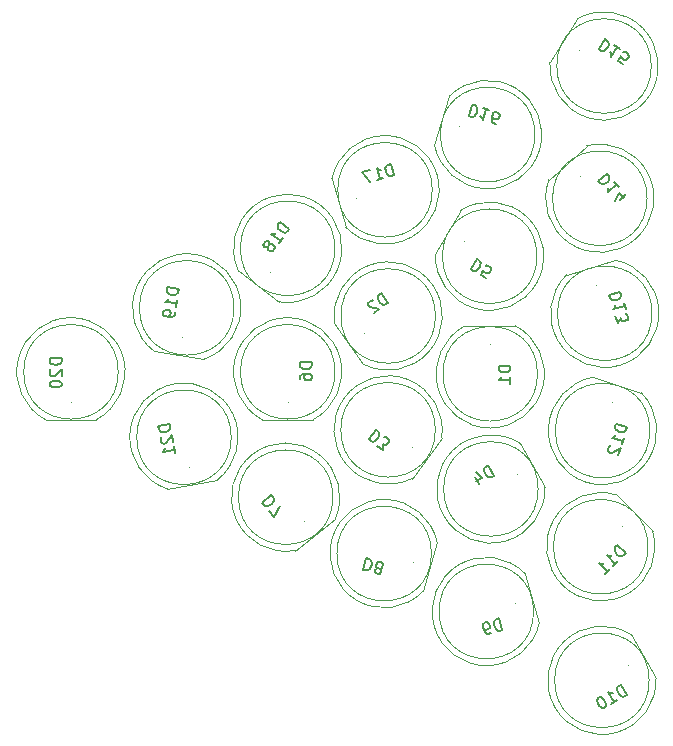
<source format=gbr>
%TF.GenerationSoftware,KiCad,Pcbnew,(6.0.2)*%
%TF.CreationDate,2022-03-26T22:50:30-07:00*%
%TF.ProjectId,triangle,74726961-6e67-46c6-952e-6b696361645f,rev?*%
%TF.SameCoordinates,Original*%
%TF.FileFunction,Legend,Bot*%
%TF.FilePolarity,Positive*%
%FSLAX46Y46*%
G04 Gerber Fmt 4.6, Leading zero omitted, Abs format (unit mm)*
G04 Created by KiCad (PCBNEW (6.0.2)) date 2022-03-26 22:50:30*
%MOMM*%
%LPD*%
G01*
G04 APERTURE LIST*
%ADD10C,0.150000*%
%ADD11C,0.120000*%
G04 APERTURE END LIST*
D10*
%TO.C,D9*%
X148734195Y-105381409D02*
X148458558Y-104420148D01*
X148229686Y-104485776D01*
X148105489Y-104570927D01*
X148040191Y-104688727D01*
X148020668Y-104793401D01*
X148027396Y-104989624D01*
X148066773Y-105126947D01*
X148165049Y-105296919D01*
X148237075Y-105375342D01*
X148354875Y-105440640D01*
X148505323Y-105447037D01*
X148734195Y-105381409D01*
X147727159Y-105670172D02*
X147544062Y-105722675D01*
X147439387Y-105703151D01*
X147380487Y-105670503D01*
X147249562Y-105559431D01*
X147151285Y-105389459D01*
X147046281Y-105023264D01*
X147065804Y-104918590D01*
X147098453Y-104859690D01*
X147176876Y-104787664D01*
X147359973Y-104735162D01*
X147464647Y-104754685D01*
X147523547Y-104787334D01*
X147595573Y-104865757D01*
X147661201Y-105094629D01*
X147641678Y-105199303D01*
X147609029Y-105258203D01*
X147530606Y-105330229D01*
X147347508Y-105382731D01*
X147242834Y-105363208D01*
X147183934Y-105330559D01*
X147111908Y-105252136D01*
%TO.C,D12*%
X159305474Y-88234939D02*
X158354418Y-87925922D01*
X158280842Y-88152364D01*
X158281985Y-88302944D01*
X158343132Y-88422951D01*
X158418994Y-88497670D01*
X158585432Y-88601818D01*
X158721297Y-88645964D01*
X158917166Y-88659536D01*
X159022458Y-88643677D01*
X159142465Y-88582531D01*
X159231899Y-88461381D01*
X159305474Y-88234939D01*
X158834591Y-89684168D02*
X159011172Y-89140707D01*
X158922882Y-89412437D02*
X157971825Y-89103420D01*
X158137121Y-89056989D01*
X158257128Y-88995842D01*
X158331846Y-88919980D01*
X157856391Y-89766888D02*
X157796387Y-89797461D01*
X157721669Y-89873323D01*
X157648093Y-90099765D01*
X157663951Y-90205057D01*
X157694525Y-90265060D01*
X157770386Y-90339779D01*
X157860963Y-90369209D01*
X158011544Y-90368066D01*
X158731586Y-90001186D01*
X158540289Y-90589936D01*
%TO.C,D15*%
X157409952Y-55372885D02*
X156880033Y-56220933D01*
X157081949Y-56347105D01*
X157228333Y-56382424D01*
X157359568Y-56352126D01*
X157450420Y-56296594D01*
X157591740Y-56160295D01*
X157667443Y-56039145D01*
X157727997Y-55852378D01*
X157738082Y-55746378D01*
X157707784Y-55615143D01*
X157611868Y-55499057D01*
X157409952Y-55372885D01*
X158702216Y-56180381D02*
X158217617Y-55877570D01*
X158459917Y-56028976D02*
X157929997Y-56877024D01*
X157924934Y-56705406D01*
X157894636Y-56574171D01*
X157839103Y-56483319D01*
X158939578Y-57507880D02*
X158535746Y-57255538D01*
X158747705Y-56826471D01*
X158762854Y-56892088D01*
X158818386Y-56982940D01*
X159020303Y-57109111D01*
X159126303Y-57119197D01*
X159191921Y-57104048D01*
X159282773Y-57048516D01*
X159408944Y-56846599D01*
X159419029Y-56740599D01*
X159403880Y-56674981D01*
X159348348Y-56584129D01*
X159146432Y-56457958D01*
X159040431Y-56447873D01*
X158974813Y-56463022D01*
%TO.C,D21*%
X120584650Y-87975606D02*
X119599843Y-88149255D01*
X119641187Y-88383733D01*
X119712890Y-88516150D01*
X119823219Y-88593404D01*
X119925279Y-88623761D01*
X120121131Y-88637581D01*
X120261817Y-88612774D01*
X120441131Y-88532803D01*
X120526653Y-88469369D01*
X120603906Y-88359040D01*
X120625995Y-88210084D01*
X120584650Y-87975606D01*
X119859013Y-89070629D02*
X119820386Y-89125793D01*
X119790029Y-89227854D01*
X119831373Y-89462332D01*
X119894807Y-89547854D01*
X119949972Y-89586480D01*
X120052032Y-89616838D01*
X120145823Y-89600300D01*
X120278241Y-89528598D01*
X120741761Y-88866623D01*
X120849257Y-89476266D01*
X121014636Y-90414178D02*
X120915409Y-89851431D01*
X120965022Y-90132804D02*
X119980215Y-90306452D01*
X120104364Y-90187854D01*
X120181617Y-90077525D01*
X120211975Y-89975465D01*
%TO.C,D5*%
X146536981Y-73989178D02*
X146036981Y-74855204D01*
X146243177Y-74974252D01*
X146390705Y-75004441D01*
X146520802Y-74969581D01*
X146609661Y-74910912D01*
X146746138Y-74769764D01*
X146817567Y-74646047D01*
X146871565Y-74457280D01*
X146877945Y-74350992D01*
X146843086Y-74220894D01*
X146743177Y-74108226D01*
X146536981Y-73989178D01*
X147315399Y-75593299D02*
X146903006Y-75355204D01*
X147099862Y-74919001D01*
X147117292Y-74984050D01*
X147175961Y-75072908D01*
X147382157Y-75191956D01*
X147488446Y-75198336D01*
X147553494Y-75180906D01*
X147642353Y-75122237D01*
X147761400Y-74916040D01*
X147767780Y-74809752D01*
X147750350Y-74744704D01*
X147691681Y-74655845D01*
X147485485Y-74536798D01*
X147379197Y-74530418D01*
X147314148Y-74547848D01*
%TO.C,D7*%
X129170174Y-93989086D02*
X128382163Y-94604747D01*
X128528749Y-94792369D01*
X128654225Y-94875625D01*
X128787908Y-94892039D01*
X128892274Y-94870929D01*
X129071688Y-94791184D01*
X129184261Y-94703233D01*
X129305041Y-94548440D01*
X129350773Y-94452281D01*
X129367187Y-94318598D01*
X129316760Y-94176708D01*
X129170174Y-93989086D01*
X128939190Y-95317710D02*
X129349631Y-95843050D01*
X129873787Y-94889670D01*
%TO.C,D20*%
X111402380Y-82385714D02*
X110402380Y-82385714D01*
X110402380Y-82623809D01*
X110450000Y-82766666D01*
X110545238Y-82861904D01*
X110640476Y-82909523D01*
X110830952Y-82957142D01*
X110973809Y-82957142D01*
X111164285Y-82909523D01*
X111259523Y-82861904D01*
X111354761Y-82766666D01*
X111402380Y-82623809D01*
X111402380Y-82385714D01*
X110497619Y-83338095D02*
X110450000Y-83385714D01*
X110402380Y-83480952D01*
X110402380Y-83719047D01*
X110450000Y-83814285D01*
X110497619Y-83861904D01*
X110592857Y-83909523D01*
X110688095Y-83909523D01*
X110830952Y-83861904D01*
X111402380Y-83290476D01*
X111402380Y-83909523D01*
X110402380Y-84528571D02*
X110402380Y-84623809D01*
X110450000Y-84719047D01*
X110497619Y-84766666D01*
X110592857Y-84814285D01*
X110783333Y-84861904D01*
X111021428Y-84861904D01*
X111211904Y-84814285D01*
X111307142Y-84766666D01*
X111354761Y-84719047D01*
X111402380Y-84623809D01*
X111402380Y-84528571D01*
X111354761Y-84433333D01*
X111307142Y-84385714D01*
X111211904Y-84338095D01*
X111021428Y-84290476D01*
X110783333Y-84290476D01*
X110592857Y-84338095D01*
X110497619Y-84385714D01*
X110450000Y-84433333D01*
X110402380Y-84528571D01*
%TO.C,D18*%
X130692062Y-71452477D02*
X129893427Y-70850662D01*
X129750138Y-71040814D01*
X129702194Y-71183562D01*
X129720939Y-71316939D01*
X129768342Y-71412285D01*
X129891805Y-71564946D01*
X130005896Y-71650920D01*
X130186675Y-71727521D01*
X130291393Y-71746807D01*
X130424769Y-71728062D01*
X130548773Y-71642629D01*
X130692062Y-71452477D01*
X129775011Y-72669446D02*
X130118905Y-72213083D01*
X129946958Y-72441264D02*
X129148323Y-71839449D01*
X129319729Y-71849362D01*
X129453105Y-71830618D01*
X129548451Y-71783215D01*
X128974753Y-72781915D02*
X128994039Y-72677196D01*
X128984667Y-72610508D01*
X128937264Y-72515162D01*
X128899234Y-72486504D01*
X128794515Y-72467219D01*
X128727827Y-72476591D01*
X128632481Y-72523994D01*
X128517850Y-72676115D01*
X128498564Y-72780833D01*
X128507937Y-72847522D01*
X128555339Y-72942868D01*
X128593370Y-72971525D01*
X128698088Y-72990811D01*
X128764776Y-72981438D01*
X128860122Y-72934036D01*
X128974753Y-72781915D01*
X129070099Y-72734512D01*
X129136788Y-72725140D01*
X129241506Y-72744425D01*
X129393627Y-72859057D01*
X129441030Y-72954403D01*
X129450402Y-73021091D01*
X129431117Y-73125809D01*
X129316485Y-73277930D01*
X129221139Y-73325333D01*
X129154451Y-73334705D01*
X129049733Y-73315420D01*
X128897612Y-73200788D01*
X128850209Y-73105442D01*
X128840837Y-73038754D01*
X128860122Y-72934036D01*
%TO.C,D1*%
X149402380Y-83011904D02*
X148402380Y-83011904D01*
X148402380Y-83250000D01*
X148450000Y-83392857D01*
X148545238Y-83488095D01*
X148640476Y-83535714D01*
X148830952Y-83583333D01*
X148973809Y-83583333D01*
X149164285Y-83535714D01*
X149259523Y-83488095D01*
X149354761Y-83392857D01*
X149402380Y-83250000D01*
X149402380Y-83011904D01*
X149402380Y-84535714D02*
X149402380Y-83964285D01*
X149402380Y-84250000D02*
X148402380Y-84250000D01*
X148545238Y-84154761D01*
X148640476Y-84059523D01*
X148688095Y-83964285D01*
%TO.C,D6*%
X132577180Y-82746104D02*
X131577180Y-82746104D01*
X131577180Y-82984200D01*
X131624800Y-83127057D01*
X131720038Y-83222295D01*
X131815276Y-83269914D01*
X132005752Y-83317533D01*
X132148609Y-83317533D01*
X132339085Y-83269914D01*
X132434323Y-83222295D01*
X132529561Y-83127057D01*
X132577180Y-82984200D01*
X132577180Y-82746104D01*
X131577180Y-84174676D02*
X131577180Y-83984200D01*
X131624800Y-83888961D01*
X131672419Y-83841342D01*
X131815276Y-83746104D01*
X132005752Y-83698485D01*
X132386704Y-83698485D01*
X132481942Y-83746104D01*
X132529561Y-83793723D01*
X132577180Y-83888961D01*
X132577180Y-84079438D01*
X132529561Y-84174676D01*
X132481942Y-84222295D01*
X132386704Y-84269914D01*
X132148609Y-84269914D01*
X132053371Y-84222295D01*
X132005752Y-84174676D01*
X131958133Y-84079438D01*
X131958133Y-83888961D01*
X132005752Y-83793723D01*
X132053371Y-83746104D01*
X132148609Y-83698485D01*
%TO.C,D16*%
X146171036Y-60912362D02*
X145878664Y-61868666D01*
X146106356Y-61938279D01*
X146256893Y-61934508D01*
X146375815Y-61871276D01*
X146449198Y-61794122D01*
X146550426Y-61625891D01*
X146592193Y-61489276D01*
X146602345Y-61293200D01*
X146584652Y-61188201D01*
X146521420Y-61069280D01*
X146398727Y-60981974D01*
X146171036Y-60912362D01*
X147628262Y-61357880D02*
X147081802Y-61190811D01*
X147355032Y-61274346D02*
X147062660Y-62230650D01*
X147013351Y-62066191D01*
X146950119Y-61947269D01*
X146872965Y-61873886D01*
X148155580Y-62564790D02*
X147973427Y-62509100D01*
X147896273Y-62435716D01*
X147864657Y-62376256D01*
X147815347Y-62211796D01*
X147825499Y-62015720D01*
X147936879Y-61651413D01*
X148010262Y-61574259D01*
X148069723Y-61542643D01*
X148174722Y-61524950D01*
X148356875Y-61580640D01*
X148434029Y-61654023D01*
X148465645Y-61713484D01*
X148483339Y-61818483D01*
X148413726Y-62046175D01*
X148340343Y-62123329D01*
X148280882Y-62154945D01*
X148175883Y-62172638D01*
X147993730Y-62116948D01*
X147916576Y-62043565D01*
X147884960Y-61984104D01*
X147867266Y-61879105D01*
%TO.C,D11*%
X159178511Y-98911251D02*
X158471404Y-98204145D01*
X158303045Y-98372503D01*
X158235702Y-98507190D01*
X158235702Y-98641877D01*
X158269374Y-98742893D01*
X158370389Y-98911251D01*
X158471404Y-99012267D01*
X158639763Y-99113282D01*
X158740778Y-99146954D01*
X158875465Y-99146954D01*
X159010152Y-99079610D01*
X159178511Y-98911251D01*
X158101015Y-99988748D02*
X158505076Y-99584687D01*
X158303045Y-99786717D02*
X157595938Y-99079610D01*
X157764297Y-99113282D01*
X157898984Y-99113282D01*
X158000000Y-99079610D01*
X157427580Y-100662183D02*
X157831641Y-100258122D01*
X157629610Y-100460152D02*
X156922503Y-99753045D01*
X157090862Y-99786717D01*
X157225549Y-99786717D01*
X157326564Y-99753045D01*
%TO.C,D19*%
X121336767Y-76521432D02*
X120349079Y-76364997D01*
X120311832Y-76600161D01*
X120336517Y-76748709D01*
X120415684Y-76857673D01*
X120502301Y-76919604D01*
X120682983Y-76996434D01*
X120824081Y-77018782D01*
X121019661Y-77001546D01*
X121121176Y-76969412D01*
X121230140Y-76890245D01*
X121299521Y-76756596D01*
X121336767Y-76521432D01*
X121098391Y-78026481D02*
X121187782Y-77462087D01*
X121143086Y-77744284D02*
X120155398Y-77587849D01*
X120311395Y-77516132D01*
X120420359Y-77436965D01*
X120482290Y-77350348D01*
X121023898Y-78496808D02*
X120994101Y-78684939D01*
X120932170Y-78771556D01*
X120877688Y-78811139D01*
X120721691Y-78882857D01*
X120526110Y-78900093D01*
X120149848Y-78840499D01*
X120063232Y-78778567D01*
X120023648Y-78724085D01*
X119991514Y-78622571D01*
X120021311Y-78434439D01*
X120083243Y-78347823D01*
X120137725Y-78308240D01*
X120239239Y-78276105D01*
X120474403Y-78313352D01*
X120561020Y-78375283D01*
X120600603Y-78429765D01*
X120632737Y-78531280D01*
X120602940Y-78719411D01*
X120541009Y-78806027D01*
X120486527Y-78845611D01*
X120385012Y-78877745D01*
%TO.C,D3*%
X138002549Y-88444674D02*
X137414764Y-89253691D01*
X137607387Y-89393640D01*
X137750950Y-89439085D01*
X137883979Y-89418015D01*
X137978483Y-89368956D01*
X138128967Y-89242847D01*
X138212936Y-89127273D01*
X138286371Y-88945185D01*
X138303826Y-88840146D01*
X138282756Y-88707117D01*
X138195172Y-88584623D01*
X138002549Y-88444674D01*
X138146731Y-89785497D02*
X138647551Y-90149364D01*
X138601797Y-89645239D01*
X138717371Y-89729208D01*
X138822410Y-89746663D01*
X138888924Y-89736128D01*
X138983429Y-89687068D01*
X139123377Y-89494445D01*
X139140832Y-89389406D01*
X139130298Y-89322892D01*
X139081238Y-89228388D01*
X138850090Y-89060449D01*
X138745051Y-89042994D01*
X138678537Y-89053529D01*
%TO.C,D10*%
X159277792Y-110884630D02*
X158777792Y-110018605D01*
X158571596Y-110137652D01*
X158471687Y-110250320D01*
X158436828Y-110380418D01*
X158443208Y-110486706D01*
X158497206Y-110675473D01*
X158568635Y-110799191D01*
X158705112Y-110940338D01*
X158793971Y-110999007D01*
X158924068Y-111033867D01*
X159071596Y-111003678D01*
X159277792Y-110884630D01*
X157958134Y-111646535D02*
X158453006Y-111360821D01*
X158205570Y-111503678D02*
X157705570Y-110637652D01*
X157859478Y-110713751D01*
X157989575Y-110748611D01*
X158095863Y-110742231D01*
X156922024Y-111090033D02*
X156839545Y-111137652D01*
X156780876Y-111226511D01*
X156763446Y-111291559D01*
X156769826Y-111397848D01*
X156823825Y-111586614D01*
X156942872Y-111792811D01*
X157079350Y-111933959D01*
X157168208Y-111992628D01*
X157233257Y-112010057D01*
X157339545Y-112003678D01*
X157422024Y-111956059D01*
X157480693Y-111867200D01*
X157498122Y-111802151D01*
X157491743Y-111695863D01*
X157437744Y-111507097D01*
X157318696Y-111300900D01*
X157182219Y-111159752D01*
X157093360Y-111101083D01*
X157028312Y-111083653D01*
X156922024Y-111090033D01*
%TO.C,D8*%
X137215190Y-99311696D02*
X136939553Y-100272958D01*
X137168424Y-100338586D01*
X137318873Y-100332188D01*
X137436673Y-100266891D01*
X137508699Y-100188468D01*
X137606975Y-100018496D01*
X137646352Y-99881173D01*
X137653080Y-99684950D01*
X137633557Y-99580275D01*
X137568259Y-99462475D01*
X137444062Y-99377324D01*
X137215190Y-99311696D01*
X138156268Y-100176003D02*
X138051593Y-100195526D01*
X137992693Y-100228175D01*
X137920668Y-100306598D01*
X137907542Y-100352372D01*
X137927065Y-100457047D01*
X137959714Y-100515947D01*
X138038137Y-100587972D01*
X138221235Y-100640475D01*
X138325909Y-100620951D01*
X138384809Y-100588303D01*
X138456835Y-100509879D01*
X138469960Y-100464105D01*
X138450437Y-100359431D01*
X138417788Y-100300531D01*
X138339365Y-100228505D01*
X138156268Y-100176003D01*
X138077844Y-100103977D01*
X138045196Y-100045077D01*
X138025673Y-99940403D01*
X138078175Y-99757306D01*
X138150200Y-99678882D01*
X138209100Y-99646234D01*
X138313775Y-99626711D01*
X138496872Y-99679213D01*
X138575295Y-99751238D01*
X138607944Y-99810138D01*
X138627467Y-99914813D01*
X138574965Y-100097910D01*
X138502939Y-100176333D01*
X138444039Y-100208982D01*
X138339365Y-100228505D01*
%TO.C,D17*%
X139541939Y-66900153D02*
X139266302Y-65938892D01*
X139037430Y-66004520D01*
X138913232Y-66089671D01*
X138847935Y-66207471D01*
X138828411Y-66312145D01*
X138835139Y-66508368D01*
X138874516Y-66645691D01*
X138972793Y-66815663D01*
X139044819Y-66894086D01*
X139162618Y-66959384D01*
X139313067Y-66965781D01*
X139541939Y-66900153D01*
X138077159Y-67320172D02*
X138626452Y-67162665D01*
X138351805Y-67241419D02*
X138076168Y-66280157D01*
X138207094Y-66391229D01*
X138324893Y-66456527D01*
X138429568Y-66476050D01*
X137481101Y-66450790D02*
X136840260Y-66634548D01*
X137527867Y-67477679D01*
%TO.C,D14*%
X157573668Y-66744907D02*
X156830524Y-67414038D01*
X156989840Y-67590977D01*
X157120818Y-67665277D01*
X157255321Y-67672326D01*
X157357960Y-67643988D01*
X157531374Y-67551922D01*
X157637538Y-67456332D01*
X157747226Y-67293491D01*
X157786138Y-67194376D01*
X157793187Y-67059874D01*
X157732985Y-66921847D01*
X157573668Y-66744907D01*
X158593296Y-67877319D02*
X158210936Y-67452664D01*
X158402116Y-67664991D02*
X157658971Y-68334122D01*
X157701408Y-68167756D01*
X157708457Y-68033254D01*
X157680118Y-67930615D01*
X158671407Y-68960387D02*
X159166836Y-68514300D01*
X158228987Y-69038355D02*
X158600488Y-68383465D01*
X159014712Y-68843507D01*
%TO.C,D13*%
X158713655Y-76762987D02*
X157757350Y-77055359D01*
X157826962Y-77283050D01*
X157914268Y-77405743D01*
X158033190Y-77468974D01*
X158138189Y-77486668D01*
X158334264Y-77476516D01*
X158470879Y-77434749D01*
X158639110Y-77333521D01*
X158716264Y-77260138D01*
X158779496Y-77141216D01*
X158783267Y-76990679D01*
X158713655Y-76762987D01*
X159159174Y-78220213D02*
X158992104Y-77673753D01*
X159075639Y-77946983D02*
X158119334Y-78239355D01*
X158228104Y-78106511D01*
X158291336Y-77987589D01*
X158309029Y-77882590D01*
X158300326Y-78831353D02*
X158481318Y-79423351D01*
X158748167Y-78993203D01*
X158789935Y-79129818D01*
X158863318Y-79206973D01*
X158922779Y-79238588D01*
X159027778Y-79256282D01*
X159255470Y-79186669D01*
X159332624Y-79113286D01*
X159364240Y-79053825D01*
X159381933Y-78948826D01*
X159298398Y-78675596D01*
X159225015Y-78598442D01*
X159165554Y-78566826D01*
%TO.C,D2*%
X139064087Y-77697213D02*
X138490510Y-76878061D01*
X138295474Y-77014627D01*
X138205766Y-77135574D01*
X138182377Y-77268215D01*
X138197997Y-77373542D01*
X138268242Y-77556884D01*
X138350181Y-77673906D01*
X138498441Y-77802622D01*
X138592075Y-77853323D01*
X138724716Y-77876711D01*
X138869051Y-77833779D01*
X139064087Y-77697213D01*
X137764992Y-77502339D02*
X137698671Y-77490645D01*
X137593344Y-77506264D01*
X137398308Y-77642830D01*
X137347606Y-77736463D01*
X137335912Y-77802784D01*
X137351531Y-77908111D01*
X137406158Y-77986126D01*
X137527104Y-78075834D01*
X138322949Y-78216163D01*
X137815855Y-78571234D01*
%TO.C,D4*%
X148015400Y-92322725D02*
X147515400Y-91456700D01*
X147309204Y-91575747D01*
X147209295Y-91688415D01*
X147174436Y-91818513D01*
X147180815Y-91924801D01*
X147234814Y-92113568D01*
X147306243Y-92237286D01*
X147442720Y-92378434D01*
X147531579Y-92437103D01*
X147661676Y-92471962D01*
X147809204Y-92441773D01*
X148015400Y-92322725D01*
X146444888Y-92459661D02*
X146778221Y-93037011D01*
X146460608Y-92010699D02*
X147023947Y-92510241D01*
X146487836Y-92819764D01*
D11*
%TO.C,D9*%
X150681103Y-100646979D02*
X151861934Y-104765024D01*
X149810401Y-103124970D02*
X149810401Y-103124970D01*
X150681339Y-100647801D02*
G75*
G03*
X142956739Y-105090732I-3312543J-3177288D01*
G01*
X142956471Y-105089797D02*
G75*
G03*
X151861698Y-104764202I4412325J1264708D01*
G01*
X151368796Y-103825089D02*
G75*
G03*
X151368796Y-103825089I-4000000J0D01*
G01*
%TO.C,D12*%
X156428769Y-83988559D02*
X160503095Y-85312388D01*
X157996226Y-86096079D02*
X157996226Y-86096079D01*
X156429582Y-83988824D02*
G75*
G03*
X155793397Y-92877263I781741J-4522939D01*
G01*
X155792473Y-92876962D02*
G75*
G03*
X160502282Y-85312124I1418850J4365199D01*
G01*
X161211323Y-88511763D02*
G75*
G03*
X161211323Y-88511763I-4000000J0D01*
G01*
%TO.C,D15*%
X152756306Y-57305551D02*
X155026480Y-53672513D01*
X155180426Y-56294509D02*
X155180426Y-56294509D01*
X152756759Y-57304826D02*
G75*
G03*
X161227266Y-60072421I4577709J-335678D01*
G01*
X161226751Y-60073246D02*
G75*
G03*
X155026027Y-53673238I-3892283J2432742D01*
G01*
X161334468Y-57640504D02*
G75*
G03*
X161334468Y-57640504I-4000000J0D01*
G01*
%TO.C,D21*%
X124583670Y-92700306D02*
X120364753Y-93444215D01*
X122210266Y-91575353D02*
X122210266Y-91575353D01*
X124582828Y-92700454D02*
G75*
G03*
X120971676Y-84553758I-2813628J3626513D01*
G01*
X120972633Y-84553589D02*
G75*
G03*
X120365595Y-93444066I796567J-4520352D01*
G01*
X125769200Y-89073941D02*
G75*
G03*
X125769200Y-89073941I-4000000J0D01*
G01*
%TO.C,D5*%
X143063159Y-73572526D02*
X145205159Y-69862474D01*
X145450517Y-72477500D02*
X145450517Y-72477500D01*
X143063587Y-73571786D02*
G75*
G03*
X151625522Y-76042079I4586635J-175714D01*
G01*
X151625036Y-76042921D02*
G75*
G03*
X145204731Y-69863214I-3974814J2295421D01*
G01*
X151650222Y-73747500D02*
G75*
G03*
X151650222Y-73747500I-4000000J0D01*
G01*
%TO.C,D7*%
X134564670Y-96029417D02*
X131188832Y-98666911D01*
X131940945Y-96150387D02*
X131940945Y-96150387D01*
X134563996Y-96029943D02*
G75*
G03*
X127550896Y-90532170I-4186831J1881103D01*
G01*
X127551662Y-90531571D02*
G75*
G03*
X131189505Y-98666384I2825503J-3617269D01*
G01*
X134377165Y-94148840D02*
G75*
G03*
X134377165Y-94148840I-4000000J0D01*
G01*
%TO.C,D20*%
X114342000Y-87595000D02*
X110058000Y-87595000D01*
X112200000Y-86075000D02*
X112200000Y-86075000D01*
X114341145Y-87595000D02*
G75*
G03*
X112199514Y-78945000I-2141145J4060000D01*
G01*
X112200486Y-78945000D02*
G75*
G03*
X110058855Y-87595000I-486J-4590000D01*
G01*
X116200000Y-83535000D02*
G75*
G03*
X116200000Y-83535000I-4000000J0D01*
G01*
%TO.C,D18*%
X129813766Y-77610147D02*
X126392412Y-75031971D01*
X129017848Y-75107133D02*
X129017848Y-75107133D01*
X129813083Y-77609632D02*
G75*
G03*
X133308401Y-69412570I733375J4531033D01*
G01*
X133309177Y-69413154D02*
G75*
G03*
X126393095Y-75032486I-2762719J-3665445D01*
G01*
X134546458Y-73078599D02*
G75*
G03*
X134546458Y-73078599I-4000000J0D01*
G01*
%TO.C,D1*%
X145558000Y-79645000D02*
X149842000Y-79645000D01*
X147700000Y-81165000D02*
X147700000Y-81165000D01*
X145558855Y-79645000D02*
G75*
G03*
X147700486Y-88295000I2141145J-4060000D01*
G01*
X147699514Y-88295000D02*
G75*
G03*
X149841145Y-79645000I486J4590000D01*
G01*
X151700000Y-83705000D02*
G75*
G03*
X151700000Y-83705000I-4000000J0D01*
G01*
%TO.C,D6*%
X132692000Y-87595000D02*
X128408000Y-87595000D01*
X130550000Y-86075000D02*
X130550000Y-86075000D01*
X132691145Y-87595000D02*
G75*
G03*
X130549514Y-78945000I-2141145J4060000D01*
G01*
X130550486Y-78945000D02*
G75*
G03*
X128408855Y-87595000I-486J-4590000D01*
G01*
X134550000Y-83535000D02*
G75*
G03*
X134550000Y-83535000I-4000000J0D01*
G01*
%TO.C,D16*%
X142969381Y-64304408D02*
X144221902Y-60207598D01*
X145049225Y-62700408D02*
X145049225Y-62700408D01*
X142969632Y-64303590D02*
G75*
G03*
X151867820Y-64784553I4508607J860558D01*
G01*
X151867536Y-64785483D02*
G75*
G03*
X144221652Y-60208416I-4389297J1342451D01*
G01*
X151478239Y-63443032D02*
G75*
G03*
X151478239Y-63443032I-4000000J0D01*
G01*
%TO.C,D11*%
X158409193Y-93961562D02*
X161438438Y-96990807D01*
X158849013Y-96550987D02*
X158849013Y-96550987D01*
X158409797Y-93962166D02*
G75*
G03*
X153807686Y-101593002I-1356835J-4384872D01*
G01*
X153806998Y-101592314D02*
G75*
G03*
X161437834Y-96990203I3245964J3245276D01*
G01*
X161052962Y-98347038D02*
G75*
G03*
X161052962Y-98347038I-4000000J0D01*
G01*
%TO.C,D19*%
X123478512Y-82463551D02*
X119247256Y-81793386D01*
X121600664Y-80627182D02*
X121600664Y-80627182D01*
X123477668Y-82463417D02*
G75*
G03*
X122715562Y-73584888I-1479660J4344963D01*
G01*
X122716522Y-73585041D02*
G75*
G03*
X119248100Y-81793520I-718514J-4533413D01*
G01*
X125998008Y-78118454D02*
G75*
G03*
X125998008Y-78118454I-4000000J0D01*
G01*
%TO.C,D3*%
X143593645Y-89103494D02*
X141075573Y-92569323D01*
X141104903Y-89942975D02*
X141104903Y-89942975D01*
X143593142Y-89104185D02*
G75*
G03*
X135336326Y-85752459I-4543142J654185D01*
G01*
X135336897Y-85751672D02*
G75*
G03*
X141076076Y-92568631I3713103J-2698328D01*
G01*
X143050000Y-88450000D02*
G75*
G03*
X143050000Y-88450000I-4000000J0D01*
G01*
%TO.C,D10*%
X159595285Y-105767474D02*
X161737285Y-109477526D01*
X159349927Y-108382500D02*
X159349927Y-108382500D01*
X159595713Y-105768214D02*
G75*
G03*
X153175408Y-111947921I-2445491J-3884286D01*
G01*
X153174921Y-111947079D02*
G75*
G03*
X161736858Y-109476786I3975301J2294579D01*
G01*
X161150222Y-109652500D02*
G75*
G03*
X161150222Y-109652500I-4000000J0D01*
G01*
%TO.C,D8*%
X142718796Y-98924911D02*
G75*
G03*
X142718796Y-98924911I-4000000J0D01*
G01*
X134306739Y-97659268D02*
G75*
G03*
X142031339Y-102102199I4412057J-1265643D01*
G01*
X143211698Y-97985798D02*
G75*
G03*
X134306471Y-97660203I-4492902J-939113D01*
G01*
X141160401Y-99625030D02*
X141160401Y-99625030D01*
X143211934Y-97984976D02*
X142031103Y-102103021D01*
%TO.C,D17*%
X135477292Y-71303140D02*
X134296461Y-67185095D01*
X136347994Y-68825149D02*
X136347994Y-68825149D01*
X135477056Y-71302318D02*
G75*
G03*
X143201656Y-66859387I3312543J3177288D01*
G01*
X143201924Y-66860322D02*
G75*
G03*
X134296697Y-67185917I-4412325J-1264708D01*
G01*
X142789599Y-68125030D02*
G75*
G03*
X142789599Y-68125030I-4000000J0D01*
G01*
%TO.C,D14*%
X152666208Y-67256801D02*
X155849840Y-64390245D01*
X155275102Y-66953103D02*
X155275102Y-66953103D01*
X152666842Y-67256229D02*
G75*
G03*
X160046365Y-72251401I4307852J-1584462D01*
G01*
X160045642Y-72252051D02*
G75*
G03*
X155849205Y-64390817I-3070948J3411360D01*
G01*
X160974693Y-68840691D02*
G75*
G03*
X160974693Y-68840691I-3999999J0D01*
G01*
%TO.C,D13*%
X154157598Y-75321902D02*
X158254408Y-74069381D01*
X156650408Y-76149225D02*
X156650408Y-76149225D01*
X154158416Y-75321652D02*
G75*
G03*
X158735483Y-82967536I3234616J-3256587D01*
G01*
X158734553Y-82967821D02*
G75*
G03*
X158253590Y-74069631I-1341521J4389582D01*
G01*
X161393032Y-78578239D02*
G75*
G03*
X161393032Y-78578239I-4000000J0D01*
G01*
%TO.C,D2*%
X136963328Y-82890681D02*
X134506127Y-79381434D01*
X136979839Y-80264221D02*
X136979839Y-80264221D01*
X136962838Y-82889981D02*
G75*
G03*
X142820114Y-76174223I2097647J4082644D01*
G01*
X142820672Y-76175019D02*
G75*
G03*
X134506617Y-79382134I-3760187J-2632318D01*
G01*
X143060485Y-78807337D02*
G75*
G03*
X143060485Y-78807337I-4000000J0D01*
G01*
%TO.C,D4*%
X150195285Y-89567474D02*
X152337285Y-93277526D01*
X149949927Y-92182500D02*
X149949927Y-92182500D01*
X150195713Y-89568214D02*
G75*
G03*
X143775408Y-95747921I-2445491J-3884286D01*
G01*
X143774921Y-95747079D02*
G75*
G03*
X152336858Y-93276786I3975301J2294579D01*
G01*
X151750222Y-93452500D02*
G75*
G03*
X151750222Y-93452500I-4000000J0D01*
G01*
%TD*%
M02*

</source>
